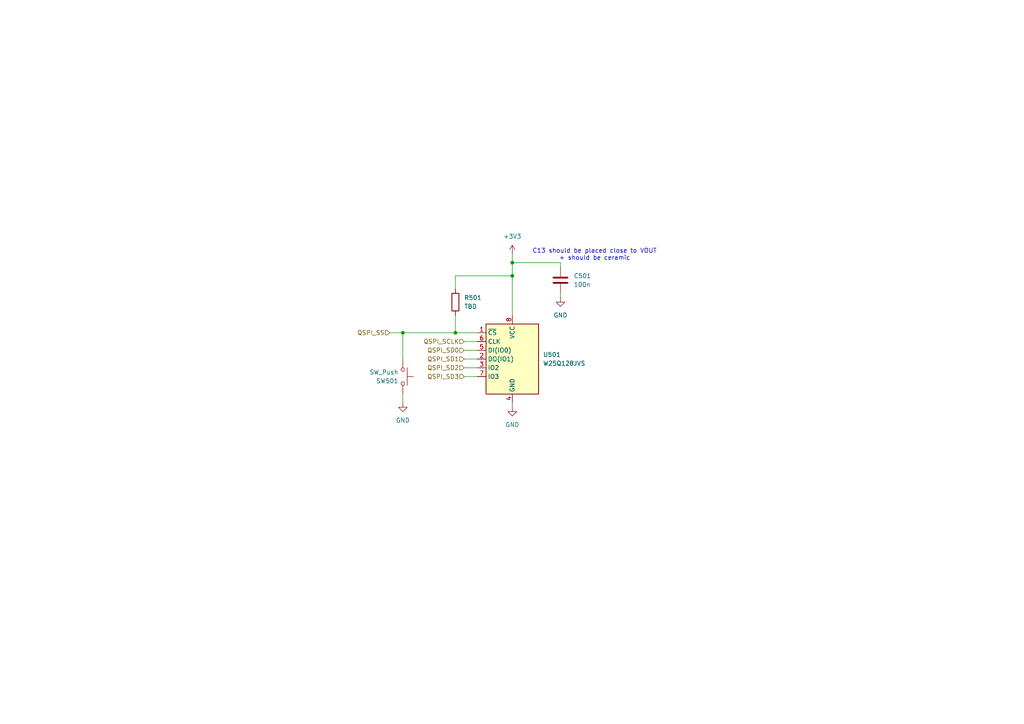
<source format=kicad_sch>
(kicad_sch (version 20231120) (generator "eeschema") (generator_version "8.0")
  (paper "A4")
  (title_block (title "Flash"))
  (lib_symbols
    (symbol "Device:C" (pin_numbers hide) (pin_names (offset 0.254))
      (property "Reference" "C" (at 0.635 2.54 0))
      (property "Value" "C" (at 0.635 -2.54 0))
      (symbol "C_0_1"
        (polyline (pts (xy -2.032 -0.762) (xy 2.032 -0.762)) (stroke (width 0.508)))
        (polyline (pts (xy -2.032 0.762) (xy 2.032 0.762)) (stroke (width 0.508)))
      )
      (symbol "C_1_1"
        (pin passive line (at 0 3.81 270) (length 2.794) (name "~") (number "1"))
        (pin passive line (at 0 -3.81 90) (length 2.794) (name "~") (number "2"))
      )
    )
    (symbol "Device:R" (pin_numbers hide) (pin_names (offset 0))
      (property "Reference" "R" (at 2.032 0 90))
      (property "Value" "R" (at 0 0 90))
      (symbol "R_0_1"
        (rectangle (start -1.016 -2.54) (end 1.016 2.54) (stroke (width 0.254)))
      )
      (symbol "R_1_1"
        (pin passive line (at 0 3.81 270) (length 1.27) (name "~") (number "1"))
        (pin passive line (at 0 -3.81 90) (length 1.27) (name "~") (number "2"))
      )
    )
    (symbol "Memory_Flash:W25Q128JVS"
      (property "Reference" "U" (at -8.89 8.89 0))
      (property "Value" "W25Q128JVS" (at 7.62 8.89 0))
      (symbol "W25Q128JVS_0_1"
        (rectangle (start -7.62 10.16) (end 7.62 -10.16) (stroke (width 0.254)) (fill (type background)))
      )
      (symbol "W25Q128JVS_1_1"
        (pin input line (at -10.16 7.62 0) (length 2.54) (name "~{CS}") (number "1"))
        (pin bidirectional line (at -10.16 0 0) (length 2.54) (name "DO(IO1)") (number "2"))
        (pin bidirectional line (at -10.16 -2.54 0) (length 2.54) (name "IO2") (number "3"))
        (pin power_in line (at 0 -12.7 90) (length 2.54) (name "GND") (number "4"))
        (pin bidirectional line (at -10.16 2.54 0) (length 2.54) (name "DI(IO0)") (number "5"))
        (pin input line (at -10.16 5.08 0) (length 2.54) (name "CLK") (number "6"))
        (pin bidirectional line (at -10.16 -5.08 0) (length 2.54) (name "IO3") (number "7"))
        (pin power_in line (at 0 12.7 270) (length 2.54) (name "VCC") (number "8"))
      )
    )
    (symbol "Switch:SW_Push" (pin_numbers hide) (pin_names (offset 1.016) hide)
      (property "Reference" "SW" (at 1.27 2.54 0))
      (property "Value" "SW_Push" (at 0 -1.524 0))
      (symbol "SW_Push_0_1"
        (circle (center -2.032 0) (radius 0.508))
        (polyline (pts (xy 0 1.27) (xy 0 3.048)))
        (polyline (pts (xy 2.54 1.27) (xy -2.54 1.27)))
        (circle (center 2.032 0) (radius 0.508))
        (pin passive line (at -5.08 0 0) (length 2.54) (name "1") (number "1"))
        (pin passive line (at 5.08 0 180) (length 2.54) (name "2") (number "2"))
      )
    )
    (symbol "power:+3V3" (power) (pin_numbers hide) (pin_names (offset 0) hide)
      (property "Value" "+3V3" (at 0 3.556 0))
      (symbol "+3V3_0_1"
        (polyline (pts (xy -0.762 1.27) (xy 0 2.54)))
        (polyline (pts (xy 0 0) (xy 0 2.54)))
        (polyline (pts (xy 0 2.54) (xy 0.762 1.27)))
      )
      (symbol "+3V3_1_1"
        (pin power_in line (at 0 0 90) (length 0) (name "~") (number "1"))
      )
    )
    (symbol "power:GND" (power) (pin_numbers hide) (pin_names (offset 0) hide)
      (property "Value" "GND" (at 0 -3.81 0))
      (symbol "GND_0_1"
        (polyline (pts (xy 0 0) (xy 0 -1.27) (xy 1.27 -1.27) (xy 0 -2.54) (xy -1.27 -1.27) (xy 0 -1.27)))
      )
      (symbol "GND_1_1"
        (pin power_in line (at 0 0 270) (length 0) (name "~") (number "1"))
      )
    )
  )
  (junction (at 132.08 96.52))
  (junction (at 148.59 76.2))
  (junction (at 116.84 96.52))
  (junction (at 148.59 80.01))
  (wire (pts (xy 134.62 99.06) (xy 138.43 99.06)))
  (wire (pts (xy 134.62 104.14) (xy 138.43 104.14)))
  (wire (pts (xy 132.08 80.01) (xy 148.59 80.01)))
  (wire (pts (xy 116.84 96.52) (xy 132.08 96.52)))
  (wire (pts (xy 148.59 76.2) (xy 162.56 76.2)))
  (wire (pts (xy 132.08 83.82) (xy 132.08 80.01)))
  (wire (pts (xy 162.56 85.09) (xy 162.56 86.36)))
  (wire (pts (xy 116.84 96.52) (xy 116.84 104.14)))
  (wire (pts (xy 134.62 101.6) (xy 138.43 101.6)))
  (wire (pts (xy 113.03 96.52) (xy 116.84 96.52)))
  (wire (pts (xy 134.62 109.22) (xy 138.43 109.22)))
  (wire (pts (xy 116.84 114.3) (xy 116.84 116.84)))
  (wire (pts (xy 132.08 91.44) (xy 132.08 96.52)))
  (wire (pts (xy 132.08 96.52) (xy 138.43 96.52)))
  (wire (pts (xy 134.62 106.68) (xy 138.43 106.68)))
  (wire (pts (xy 148.59 80.01) (xy 148.59 91.44)))
  (wire (pts (xy 148.59 76.2) (xy 148.59 80.01)))
  (wire (pts (xy 162.56 76.2) (xy 162.56 77.47)))
  (wire (pts (xy 148.59 116.84) (xy 148.59 118.11)))
  (wire (pts (xy 148.59 73.66) (xy 148.59 76.2)))
  (text "C13 should be placed close to VOUT\n+ should be ceramic" (at 172.466 73.914 0) (effects (font (size 1.27 1.27))))
  (hierarchical_label "QSPI_SD3" (shape input) (at 134.62 109.22 180))
  (hierarchical_label "QSPI_SD0" (shape input) (at 134.62 101.6 180))
  (hierarchical_label "QSPI_SS" (shape input) (at 113.03 96.52 180))
  (hierarchical_label "QSPI_SCLK" (shape input) (at 134.62 99.06 180))
  (hierarchical_label "QSPI_SD2" (shape input) (at 134.62 106.68 180))
  (hierarchical_label "QSPI_SD1" (shape input) (at 134.62 104.14 180))
  (symbol (lib_id "power:GND") (at 148.59 118.11 0) (unit 1)
    (property "Reference" "#PWR026" (effects (hide yes)))
    (property "Value" "GND" (at 148.59 123.19 0))
    (property "Description" "Power symbol creates a global label with name \"GND\" , ground" (effects (hide yes)))
  )
  (symbol (lib_id "Device:C") (at 162.56 81.28 0) (unit 1)
    (property "Reference" "C501" (at 166.37 80.0099 0) (effects (justify left)))
    (property "Value" "100n" (at 166.37 82.5499 0) (effects (justify left)))
    (property "Footprint" "Capacitor_SMD:C_0603_1608Metric_Pad1.08x0.95mm_HandSolder" (effects (hide yes)))
    (property "Description" "Unpolarized capacitor" (effects (hide yes)))
  )
  (symbol (lib_id "Switch:SW_Push") (at 116.84 109.22 270) (unit 1)
    (property "Reference" "SW501" (at 115.57 110.4901 90) (effects (justify right)))
    (property "Value" "SW_Push" (at 115.57 107.9501 90) (effects (justify right)))
    (property "Footprint" "rp2040-devboard:SW_SPST_EVPBV" (effects (hide yes)))
    (property "Description" "Push button switch, generic, two pins" (effects (hide yes)))
    (property "Distributor link" "https://mou.sr/4aZdR1f" (effects (hide yes)))
  )
  (symbol (lib_id "power:+3V3") (at 148.59 73.66 0) (unit 1)
    (property "Reference" "#PWR025" (effects (hide yes)))
    (property "Value" "+3V3" (at 148.59 68.58 0))
    (property "Description" "Power symbol creates a global label with name \"+3V3\"" (effects (hide yes)))
  )
  (symbol (lib_id "Memory_Flash:W25Q128JVS") (at 148.59 104.14 0) (unit 1)
    (property "Reference" "U501" (at 157.48 102.8699 0) (effects (justify left)))
    (property "Value" "W25Q128JVS" (at 157.48 105.4099 0) (effects (justify left)))
    (property "Footprint" "Package_SO:SOIC-8_5.23x5.23mm_P1.27mm" (effects (hide yes)))
    (property "Datasheet" "http://www.winbond.com/resource-files/w25q128jv_dtr%20revc%2003272018%20plus.pdf" (effects (hide yes)))
    (property "Description" "128Mb Serial Flash Memory, Standard/Dual/Quad SPI, SOIC-8" (effects (hide yes)))
    (property "Distributor link" "https://mou.sr/3V9Tz07" (effects (hide yes)))
  )
  (symbol (lib_id "Device:R") (at 132.08 87.63 0) (unit 1)
    (property "Reference" "R501" (at 134.62 86.3599 0) (effects (justify left)))
    (property "Value" "TBD" (at 134.62 88.8999 0) (effects (justify left)))
    (property "Footprint" "Resistor_SMD:R_0603_1608Metric_Pad0.98x0.95mm_HandSolder" (effects (hide yes)))
    (property "Description" "Resistor" (effects (hide yes)))
  )
  (symbol (lib_id "power:GND") (at 116.84 116.84 0) (unit 1)
    (property "Reference" "#PWR024" (effects (hide yes)))
    (property "Value" "GND" (at 116.84 121.92 0))
    (property "Description" "Power symbol creates a global label with name \"GND\" , ground" (effects (hide yes)))
  )
  (symbol (lib_id "power:GND") (at 162.56 86.36 0) (unit 1)
    (property "Reference" "#PWR027" (effects (hide yes)))
    (property "Value" "GND" (at 162.56 91.44 0))
    (property "Description" "Power symbol creates a global label with name \"GND\" , ground" (effects (hide yes)))
  )
)
</source>
